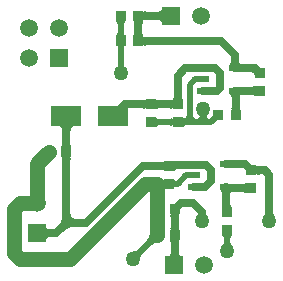
<source format=gtl>
G04 Layer_Physical_Order=1*
G04 Layer_Color=255*
%FSLAX25Y25*%
%MOIN*%
G70*
G01*
G75*
%ADD10R,0.03740X0.03543*%
%ADD11R,0.04331X0.02362*%
%ADD12R,0.03543X0.03740*%
%ADD13R,0.09843X0.06693*%
%ADD14C,0.02000*%
%ADD15C,0.05000*%
%ADD16C,0.02500*%
%ADD17C,0.05906*%
%ADD18R,0.05906X0.05906*%
%ADD19R,0.05906X0.05906*%
%ADD20C,0.05000*%
G36*
X411642Y339240D02*
X411617Y339337D01*
X411542Y339424D01*
X411417Y339500D01*
X411242Y339566D01*
X411017Y339623D01*
X410742Y339668D01*
X410417Y339704D01*
X409617Y339745D01*
X409142Y339750D01*
Y342250D01*
X409617Y342255D01*
X410742Y342332D01*
X411017Y342377D01*
X411242Y342434D01*
X411417Y342500D01*
X411542Y342576D01*
X411617Y342663D01*
X411642Y342760D01*
Y339240D01*
D02*
G37*
G36*
X387870Y343615D02*
X387904Y343591D01*
X387961Y343569D01*
X388041Y343551D01*
X388144Y343535D01*
X388418Y343513D01*
X389000Y343500D01*
Y341500D01*
X388783Y341499D01*
X388041Y341449D01*
X387961Y341430D01*
X387904Y341409D01*
X387870Y341385D01*
X387858Y341358D01*
Y343642D01*
X387870Y343615D01*
D02*
G37*
G36*
X406390Y336690D02*
X406468Y335890D01*
X406536Y335565D01*
X406625Y335290D01*
X406732Y335065D01*
X406859Y334890D01*
X407006Y334765D01*
X407172Y334690D01*
X407358Y334665D01*
X403642D01*
X403687Y334690D01*
X403728Y334765D01*
X403763Y334890D01*
X403794Y335065D01*
X403820Y335290D01*
X403859Y335890D01*
X403880Y337165D01*
X406380D01*
X406390Y336690D01*
D02*
G37*
G36*
X407112Y340326D02*
X406958Y340251D01*
X406823Y340126D01*
X406705Y339951D01*
X406606Y339726D01*
X406525Y339451D01*
X406461Y339126D01*
X406416Y338751D01*
X406389Y338326D01*
X406380Y337851D01*
X403880D01*
X403871Y338326D01*
X403799Y339126D01*
X403735Y339451D01*
X403654Y339726D01*
X403555Y339951D01*
X403437Y340126D01*
X403302Y340251D01*
X403148Y340326D01*
X402977Y340351D01*
X407283D01*
X407112Y340326D01*
D02*
G37*
G36*
X415383Y348568D02*
X415458Y348482D01*
X415583Y348405D01*
X415758Y348339D01*
X415983Y348283D01*
X416258Y348237D01*
X416583Y348201D01*
X417383Y348161D01*
X417858Y348155D01*
Y345655D01*
X417383Y345650D01*
X416258Y345574D01*
X415983Y345528D01*
X415758Y345472D01*
X415583Y345406D01*
X415458Y345329D01*
X415383Y345243D01*
X415358Y345146D01*
Y348665D01*
X415383Y348568D01*
D02*
G37*
G36*
X347760Y351142D02*
X347709Y351107D01*
X347589Y351000D01*
X344142Y347606D01*
X340232Y350768D01*
X344240Y354858D01*
X347760Y351142D01*
D02*
G37*
G36*
X353568Y351117D02*
X353482Y351042D01*
X353405Y350917D01*
X353339Y350742D01*
X353283Y350517D01*
X353237Y350242D01*
X353201Y349917D01*
X353161Y349117D01*
X353155Y348642D01*
X350656D01*
X350650Y349117D01*
X350574Y350242D01*
X350528Y350517D01*
X350472Y350742D01*
X350406Y350917D01*
X350329Y351042D01*
X350243Y351117D01*
X350146Y351142D01*
X353665D01*
X353568Y351117D01*
D02*
G37*
G36*
X384142Y346646D02*
X384117Y346743D01*
X384042Y346829D01*
X383917Y346906D01*
X383742Y346972D01*
X383517Y347028D01*
X383242Y347074D01*
X382917Y347110D01*
X382117Y347150D01*
X381642Y347155D01*
Y349656D01*
X382117Y349661D01*
X383242Y349737D01*
X383517Y349783D01*
X383742Y349839D01*
X383917Y349905D01*
X384042Y349982D01*
X384117Y350068D01*
X384142Y350165D01*
Y346646D01*
D02*
G37*
G36*
X387883Y350123D02*
X387958Y350084D01*
X388083Y350051D01*
X388258Y350022D01*
X388483Y349997D01*
X389458Y349950D01*
X390358Y349941D01*
Y347441D01*
X389883Y347433D01*
X389083Y347369D01*
X388758Y347314D01*
X388483Y347242D01*
X388258Y347155D01*
X388083Y347051D01*
X387958Y346932D01*
X387883Y346797D01*
X387858Y346646D01*
Y350165D01*
X387883Y350123D01*
D02*
G37*
G36*
X389663Y323617D02*
X389576Y323542D01*
X389500Y323417D01*
X389434Y323242D01*
X389377Y323017D01*
X389332Y322742D01*
X389296Y322417D01*
X389255Y321617D01*
X389250Y321142D01*
X386750D01*
X386745Y321617D01*
X386668Y322742D01*
X386623Y323017D01*
X386566Y323242D01*
X386500Y323417D01*
X386424Y323542D01*
X386337Y323617D01*
X386240Y323642D01*
X389760D01*
X389663Y323617D01*
D02*
G37*
G36*
X407195Y325220D02*
X407049Y325160D01*
X406920Y325060D01*
X406809Y324920D01*
X406714Y324740D01*
X406637Y324520D01*
X406577Y324260D01*
X406534Y323960D01*
X406509Y323620D01*
X406507Y323555D01*
X406507Y323542D01*
X406530Y323304D01*
X406567Y323077D01*
X406620Y322860D01*
X406687Y322654D01*
X406770Y322459D01*
X406868Y322275D01*
X406980Y322101D01*
X407107Y321938D01*
X407250Y321785D01*
X403750D01*
X403893Y321938D01*
X404020Y322101D01*
X404133Y322275D01*
X404230Y322459D01*
X404313Y322654D01*
X404380Y322860D01*
X404432Y323077D01*
X404470Y323304D01*
X404493Y323542D01*
X404493Y323555D01*
X404491Y323620D01*
X404466Y323960D01*
X404423Y324260D01*
X404363Y324520D01*
X404285Y324740D01*
X404191Y324920D01*
X404079Y325060D01*
X403951Y325160D01*
X403805Y325220D01*
X403642Y325240D01*
X407358D01*
X407195Y325220D01*
D02*
G37*
G36*
X377414Y319405D02*
X377243Y319224D01*
X377090Y319040D01*
X376955Y318853D01*
X376837Y318663D01*
X376737Y318470D01*
X376654Y318274D01*
X376589Y318074D01*
X376542Y317872D01*
X376512Y317667D01*
X376500Y317458D01*
X374092Y319998D01*
X374300Y320000D01*
X374505Y320021D01*
X374708Y320060D01*
X374907Y320118D01*
X375103Y320195D01*
X375297Y320290D01*
X375487Y320405D01*
X375675Y320538D01*
X375859Y320690D01*
X376041Y320861D01*
X377414Y319405D01*
D02*
G37*
G36*
X389263Y320184D02*
X389300Y319757D01*
X389363Y319380D01*
X389450Y319054D01*
X389563Y318777D01*
X389700Y318551D01*
X389862Y318375D01*
X390050Y318250D01*
X390263Y318174D01*
X390500Y318149D01*
X385500D01*
X385737Y318174D01*
X385950Y318250D01*
X386138Y318375D01*
X386300Y318551D01*
X386438Y318777D01*
X386550Y319054D01*
X386637Y319380D01*
X386700Y319757D01*
X386737Y320184D01*
X386750Y320661D01*
X389250D01*
X389263Y320184D01*
D02*
G37*
G36*
X344954Y328262D02*
X345029Y328050D01*
X345155Y327863D01*
X345331Y327700D01*
X345557Y327562D01*
X345833Y327450D01*
X346160Y327362D01*
X346536Y327300D01*
X346964Y327262D01*
X347441Y327250D01*
Y324750D01*
X346964Y324738D01*
X346536Y324700D01*
X346160Y324638D01*
X345833Y324550D01*
X345557Y324437D01*
X345331Y324300D01*
X345155Y324137D01*
X345029Y323950D01*
X344954Y323738D01*
X344929Y323500D01*
Y328500D01*
X344954Y328262D01*
D02*
G37*
G36*
X389663Y332117D02*
X389576Y332042D01*
X389500Y331917D01*
X389434Y331742D01*
X389377Y331517D01*
X389332Y331242D01*
X389296Y330917D01*
X389255Y330117D01*
X389251Y329750D01*
X389255Y329383D01*
X389332Y328258D01*
X389377Y327983D01*
X389434Y327758D01*
X389500Y327583D01*
X389576Y327458D01*
X389663Y327383D01*
X389760Y327358D01*
X386240D01*
X386337Y327383D01*
X386424Y327458D01*
X386500Y327583D01*
X386566Y327758D01*
X386623Y327983D01*
X386668Y328258D01*
X386704Y328583D01*
X386745Y329383D01*
X386749Y329750D01*
X386745Y330117D01*
X386668Y331242D01*
X386623Y331517D01*
X386566Y331742D01*
X386500Y331917D01*
X386424Y332042D01*
X386337Y332117D01*
X386240Y332142D01*
X389760D01*
X389663Y332117D01*
D02*
G37*
G36*
X420755Y333396D02*
X420795Y332912D01*
X420830Y332697D01*
X420875Y332500D01*
X420930Y332321D01*
X420995Y332160D01*
X421070Y332017D01*
X421155Y331892D01*
X421250Y331785D01*
X417750D01*
X417845Y331892D01*
X417930Y332017D01*
X418005Y332160D01*
X418070Y332321D01*
X418125Y332500D01*
X418170Y332697D01*
X418205Y332912D01*
X418230Y333145D01*
X418250Y333665D01*
X420750D01*
X420755Y333396D01*
D02*
G37*
G36*
X383065Y323654D02*
X382915Y323770D01*
X382735Y323829D01*
X382526Y323830D01*
X382288Y323774D01*
X382019Y323660D01*
X381722Y323489D01*
X381654Y323442D01*
X382096Y323000D01*
X381856Y322966D01*
X381570Y322865D01*
X381239Y322697D01*
X380862Y322462D01*
X380439Y322159D01*
X379458Y321352D01*
X378296Y320276D01*
X377646Y319637D01*
X376232Y321051D01*
X376870Y321701D01*
X378753Y323845D01*
X379056Y324267D01*
X379292Y324644D01*
X379460Y324975D01*
X379561Y325261D01*
X379594Y325502D01*
X380050Y325046D01*
X380158Y325202D01*
X380329Y325499D01*
X380443Y325768D01*
X380503Y326009D01*
X380506Y326223D01*
X380454Y326410D01*
X380347Y326569D01*
X383065Y323654D01*
D02*
G37*
G36*
X353181Y332681D02*
X353256Y332256D01*
X353380Y331880D01*
X353555Y331556D01*
X353781Y331280D01*
X354056Y331055D01*
X354380Y330880D01*
X354755Y330755D01*
X355181Y330680D01*
X355656Y330656D01*
X354923Y328155D01*
X354431Y328138D01*
X353953Y328085D01*
X353489Y327996D01*
X353040Y327873D01*
X352606Y327714D01*
X352187Y327519D01*
X351782Y327289D01*
X351392Y327024D01*
X351016Y326724D01*
X350656Y326388D01*
X348888Y328155D01*
X349224Y328516D01*
X349524Y328892D01*
X349789Y329282D01*
X350019Y329687D01*
X350214Y330106D01*
X350373Y330540D01*
X350496Y330989D01*
X350585Y331453D01*
X350638Y331931D01*
X350656Y332423D01*
X353155Y333155D01*
X353181Y332681D01*
D02*
G37*
G36*
X353161Y356883D02*
X353237Y355758D01*
X353283Y355483D01*
X353339Y355258D01*
X353405Y355083D01*
X353482Y354958D01*
X353568Y354883D01*
X353665Y354858D01*
X350146D01*
X350243Y354883D01*
X350329Y354958D01*
X350406Y355083D01*
X350472Y355258D01*
X350528Y355483D01*
X350574Y355758D01*
X350610Y356083D01*
X350650Y356883D01*
X350656Y357358D01*
X353155D01*
X353161Y356883D01*
D02*
G37*
G36*
X414642Y381165D02*
X414654Y378500D01*
X414628Y378737D01*
X414552Y378950D01*
X414426Y379137D01*
X414249Y379300D01*
X414023Y379437D01*
X413747Y379550D01*
X413421Y379638D01*
X413044Y379700D01*
X412618Y379737D01*
X412142Y379750D01*
Y382250D01*
X414642Y381165D01*
D02*
G37*
G36*
X409389Y384194D02*
X409461Y383394D01*
X409524Y383069D01*
X409606Y382794D01*
X409705Y382569D01*
X409823Y382394D01*
X409958Y382269D01*
X410112Y382194D01*
X410283Y382169D01*
X405977D01*
X406148Y382194D01*
X406302Y382269D01*
X406437Y382394D01*
X406555Y382569D01*
X406654Y382794D01*
X406735Y383069D01*
X406799Y383394D01*
X406844Y383769D01*
X406871Y384194D01*
X406880Y384669D01*
X409380D01*
X409389Y384194D01*
D02*
G37*
G36*
X390256Y372690D02*
X390347Y371565D01*
X390402Y371290D01*
X390469Y371065D01*
X390548Y370890D01*
X390639Y370765D01*
X390742Y370690D01*
X390858Y370665D01*
X387142D01*
X387258Y370690D01*
X387361Y370765D01*
X387452Y370890D01*
X387531Y371065D01*
X387598Y371290D01*
X387653Y371565D01*
X387695Y371890D01*
X387744Y372690D01*
X387750Y373165D01*
X390250D01*
X390256Y372690D01*
D02*
G37*
G36*
X414642Y371740D02*
X414617Y371837D01*
X414542Y371924D01*
X414417Y372000D01*
X414242Y372066D01*
X414017Y372123D01*
X413742Y372168D01*
X413417Y372204D01*
X412617Y372245D01*
X412142Y372250D01*
Y374750D01*
X412617Y374755D01*
X413742Y374832D01*
X414017Y374877D01*
X414242Y374934D01*
X414417Y375000D01*
X414542Y375076D01*
X414617Y375163D01*
X414642Y375260D01*
Y371740D01*
D02*
G37*
G36*
X377690Y391742D02*
X377765Y391639D01*
X377890Y391548D01*
X378065Y391469D01*
X378290Y391402D01*
X378565Y391347D01*
X378890Y391305D01*
X379690Y391256D01*
X380165Y391250D01*
Y388750D01*
X379690Y388744D01*
X378565Y388653D01*
X378290Y388598D01*
X378065Y388531D01*
X377890Y388452D01*
X377765Y388361D01*
X377690Y388258D01*
X377665Y388142D01*
Y391858D01*
X377690Y391742D01*
D02*
G37*
G36*
X371615Y396622D02*
X371486Y396562D01*
X371372Y396462D01*
X371273Y396322D01*
X371190Y396142D01*
X371122Y395922D01*
X371068Y395662D01*
X371030Y395362D01*
X371008Y395022D01*
X371000Y394642D01*
X369000D01*
X368992Y395022D01*
X368932Y395662D01*
X368879Y395922D01*
X368810Y396142D01*
X368726Y396322D01*
X368628Y396462D01*
X368514Y396562D01*
X368385Y396622D01*
X368240Y396642D01*
X371760D01*
X371615Y396622D01*
D02*
G37*
G36*
X383784Y396000D02*
X383759Y396237D01*
X383683Y396450D01*
X383558Y396638D01*
X383382Y396800D01*
X383156Y396937D01*
X382879Y397050D01*
X382553Y397137D01*
X382176Y397200D01*
X381749Y397237D01*
X381272Y397250D01*
Y399750D01*
X381749Y399763D01*
X382176Y399800D01*
X382553Y399863D01*
X382879Y399950D01*
X383156Y400063D01*
X383382Y400200D01*
X383558Y400362D01*
X383683Y400550D01*
X383759Y400763D01*
X383784Y401000D01*
Y396000D01*
D02*
G37*
G36*
X371008Y393478D02*
X371068Y392838D01*
X371122Y392578D01*
X371190Y392358D01*
X371273Y392178D01*
X371372Y392038D01*
X371486Y391938D01*
X371615Y391878D01*
X371760Y391858D01*
X368240D01*
X368385Y391878D01*
X368514Y391938D01*
X368628Y392038D01*
X368726Y392178D01*
X368810Y392358D01*
X368879Y392578D01*
X368932Y392838D01*
X368970Y393138D01*
X368992Y393478D01*
X369000Y393858D01*
X371000D01*
X371008Y393478D01*
D02*
G37*
G36*
X377690Y400243D02*
X377765Y400139D01*
X377890Y400048D01*
X378065Y399969D01*
X378290Y399902D01*
X378565Y399847D01*
X378890Y399805D01*
X379690Y399756D01*
X380165Y399750D01*
Y397250D01*
X379690Y397244D01*
X378565Y397153D01*
X378290Y397098D01*
X378065Y397031D01*
X377890Y396952D01*
X377765Y396861D01*
X377690Y396758D01*
X377665Y396642D01*
X377568Y396617D01*
X377482Y396542D01*
X377405Y396417D01*
X377339Y396242D01*
X377283Y396017D01*
X377237Y395742D01*
X377201Y395417D01*
X377161Y394617D01*
X377157Y394250D01*
X377161Y393883D01*
X377237Y392758D01*
X377283Y392483D01*
X377339Y392258D01*
X377405Y392083D01*
X377482Y391958D01*
X377568Y391883D01*
X377665Y391858D01*
X374146D01*
X374243Y391883D01*
X374329Y391958D01*
X374406Y392083D01*
X374472Y392258D01*
X374528Y392483D01*
X374574Y392758D01*
X374610Y393083D01*
X374650Y393883D01*
X374654Y394250D01*
X374650Y394617D01*
X374574Y395742D01*
X374528Y396017D01*
X374472Y396242D01*
X374406Y396417D01*
X374329Y396542D01*
X374243Y396617D01*
X374146Y396642D01*
X377665D01*
Y400358D01*
X377690Y400243D01*
D02*
G37*
G36*
X387142Y361240D02*
X387122Y361385D01*
X387062Y361514D01*
X386962Y361628D01*
X386822Y361726D01*
X386642Y361810D01*
X386422Y361878D01*
X386162Y361932D01*
X385862Y361970D01*
X385522Y361992D01*
X385142Y362000D01*
Y364000D01*
X385522Y364008D01*
X386162Y364068D01*
X386422Y364122D01*
X386642Y364190D01*
X386822Y364274D01*
X386962Y364372D01*
X387062Y364486D01*
X387122Y364615D01*
X387142Y364760D01*
Y361240D01*
D02*
G37*
G36*
X398511Y365715D02*
X399250D01*
X399108Y365562D01*
X398980Y365399D01*
X398868Y365225D01*
X398770Y365041D01*
X398688Y364848D01*
X398740Y364720D01*
X398875Y364500D01*
X399040Y364320D01*
X399235Y364180D01*
X399460Y364080D01*
X399618Y364043D01*
X400752Y365221D01*
X402123Y363654D01*
X402104Y363646D01*
X402058Y363609D01*
X401985Y363544D01*
X400707Y362293D01*
X399477Y363582D01*
X397500Y362000D01*
X395250Y363500D01*
X393000Y362000D01*
X392858Y362095D01*
Y362000D01*
X392478Y361992D01*
X391838Y361932D01*
X391578Y361878D01*
X391358Y361810D01*
X391178Y361726D01*
X391038Y361628D01*
X390938Y361514D01*
X390878Y361385D01*
X390858Y361240D01*
Y363428D01*
X390000Y364000D01*
X390380Y364020D01*
X390720Y364080D01*
X390858Y364126D01*
Y364760D01*
X390878Y364615D01*
X390938Y364486D01*
X391038Y364372D01*
X391178Y364274D01*
X391186Y364270D01*
X391280Y364320D01*
X391500Y364500D01*
X391680Y364720D01*
X391820Y364980D01*
X391920Y365280D01*
X391980Y365620D01*
X392000Y366000D01*
X394000D01*
X394020Y365620D01*
X394080Y365280D01*
X394180Y364980D01*
X394320Y364720D01*
X394500Y364500D01*
X394720Y364320D01*
X394980Y364180D01*
X395250Y364090D01*
X395520Y364180D01*
X395780Y364320D01*
X396000Y364500D01*
X396180Y364720D01*
X396284Y364913D01*
X396230Y365041D01*
X396132Y365225D01*
X396020Y365399D01*
X395893Y365562D01*
X395750Y365715D01*
X396485D01*
X396500Y366000D01*
X398500D01*
X398511Y365715D01*
D02*
G37*
G36*
X354168Y361652D02*
X353956Y361577D01*
X353768Y361452D01*
X353606Y361276D01*
X353468Y361050D01*
X353356Y360773D01*
X353268Y360447D01*
X353205Y360070D01*
X353168Y359643D01*
X353155Y359166D01*
X350656D01*
X350643Y359643D01*
X350606Y360070D01*
X350543Y360447D01*
X350455Y360773D01*
X350343Y361050D01*
X350205Y361276D01*
X350043Y361452D01*
X349855Y361577D01*
X349643Y361652D01*
X349406Y361678D01*
X354405D01*
X354168Y361652D01*
D02*
G37*
G36*
X381878Y364615D02*
X381938Y364486D01*
X382038Y364372D01*
X382178Y364274D01*
X382358Y364190D01*
X382578Y364122D01*
X382838Y364068D01*
X383138Y364030D01*
X383478Y364008D01*
X383858Y364000D01*
Y362000D01*
X383478Y361992D01*
X382838Y361932D01*
X382578Y361878D01*
X382358Y361810D01*
X382178Y361726D01*
X382038Y361628D01*
X381938Y361514D01*
X381878Y361385D01*
X381858Y361240D01*
Y364760D01*
X381878Y364615D01*
D02*
G37*
G36*
X378142Y367146D02*
X378117Y367261D01*
X378042Y367363D01*
X377917Y367454D01*
X377742Y367532D01*
X377517Y367599D01*
X377242Y367653D01*
X376917Y367696D01*
X376117Y367744D01*
X375642Y367750D01*
Y370250D01*
X376117Y370254D01*
X377517Y370354D01*
X377742Y370399D01*
X377917Y370453D01*
X378042Y370516D01*
X378117Y370586D01*
X378142Y370665D01*
Y367146D01*
D02*
G37*
G36*
X410164Y372326D02*
X410057Y372251D01*
X409963Y372126D01*
X409881Y371951D01*
X409812Y371726D01*
X409756Y371451D01*
X409712Y371126D01*
X409662Y370326D01*
X409656Y369854D01*
X409661Y369383D01*
X409737Y368258D01*
X409783Y367983D01*
X409839Y367758D01*
X409905Y367583D01*
X409982Y367458D01*
X410068Y367383D01*
X410165Y367358D01*
X406646D01*
X406743Y367383D01*
X406829Y367458D01*
X406906Y367583D01*
X406972Y367758D01*
X407028Y367983D01*
X407074Y368258D01*
X407110Y368583D01*
X407150Y369383D01*
X407156Y369853D01*
X407144Y370326D01*
X407108Y370751D01*
X407049Y371126D01*
X406967Y371451D01*
X406861Y371726D01*
X406731Y371951D01*
X406578Y372126D01*
X406401Y372251D01*
X406201Y372326D01*
X405977Y372351D01*
X410283D01*
X410164Y372326D01*
D02*
G37*
G36*
X372165Y368335D02*
X372246Y368332D01*
X372314Y368326D01*
X372369Y368315D01*
X372410Y368300D01*
X372439Y368280D01*
X372454Y368256D01*
X372456Y368228D01*
X372445Y368195D01*
X372421Y368158D01*
X372384Y368116D01*
X372165Y368335D01*
X369503D01*
X369436Y368350D01*
X369408Y368396D01*
X369420Y368474D01*
X369472Y368582D01*
X369563Y368722D01*
X369694Y368892D01*
X370076Y369326D01*
X370616Y369884D01*
X372165Y368335D01*
D02*
G37*
G36*
X381883Y370586D02*
X381958Y370516D01*
X382083Y370453D01*
X382258Y370399D01*
X382483Y370354D01*
X382758Y370316D01*
X383458Y370267D01*
X384358Y370250D01*
Y367750D01*
X383883Y367744D01*
X382758Y367653D01*
X382483Y367599D01*
X382258Y367532D01*
X382083Y367454D01*
X381958Y367363D01*
X381883Y367261D01*
X381858Y367146D01*
Y370665D01*
X381883Y370586D01*
D02*
G37*
G36*
X387142Y367146D02*
X387117Y367261D01*
X387042Y367363D01*
X386917Y367454D01*
X386742Y367532D01*
X386517Y367599D01*
X386242Y367653D01*
X385917Y367696D01*
X385117Y367744D01*
X384642Y367750D01*
Y370250D01*
X385117Y370254D01*
X386517Y370354D01*
X386742Y370399D01*
X386917Y370453D01*
X387042Y370516D01*
X387117Y370586D01*
X387142Y370665D01*
Y367146D01*
D02*
G37*
D10*
X380000Y368905D02*
D03*
Y363000D02*
D03*
X413500Y341000D02*
D03*
Y346905D02*
D03*
X405500Y327000D02*
D03*
Y332906D02*
D03*
X386000Y342500D02*
D03*
Y348406D02*
D03*
X416500Y373500D02*
D03*
Y379405D02*
D03*
X389000Y363000D02*
D03*
Y368905D02*
D03*
D11*
X405130Y349000D02*
D03*
Y341520D02*
D03*
X394500D02*
D03*
Y349000D02*
D03*
Y345260D02*
D03*
X408130Y381000D02*
D03*
Y373520D02*
D03*
X397500D02*
D03*
Y381000D02*
D03*
Y377260D02*
D03*
D12*
X382095Y325500D02*
D03*
X388000D02*
D03*
X382095Y334000D02*
D03*
X388000D02*
D03*
X402500Y365500D02*
D03*
X408405D02*
D03*
X370000Y398500D02*
D03*
X375905D02*
D03*
X370000Y390000D02*
D03*
X375905D02*
D03*
X346000Y353000D02*
D03*
X351905D02*
D03*
D13*
X351752Y365000D02*
D03*
X367500D02*
D03*
D14*
X397500Y363000D02*
Y367500D01*
Y363000D02*
X400000D01*
X393000D02*
X397500D01*
X389000D02*
X393000D01*
Y375500D01*
X394760Y377260D01*
X397500D01*
X400000Y363000D02*
X402500Y365500D01*
X380000Y363000D02*
X389000D01*
X370000Y390000D02*
Y398500D01*
X374000Y317500D02*
X374095D01*
X382095Y325500D01*
X405500Y320000D02*
Y327000D01*
X386000Y342500D02*
X389000D01*
X391760Y345260D01*
X394500D01*
X370000Y379500D02*
Y390000D01*
D15*
X378218Y342500D02*
X382000D01*
X382095Y334000D02*
Y342406D01*
Y325500D02*
Y334000D01*
X382000Y342500D02*
X382095Y342406D01*
X336500Y317500D02*
X353218D01*
X378218Y342500D01*
X334500Y319500D02*
X336500Y317500D01*
X334500Y319500D02*
Y334000D01*
X336500Y336000D01*
X342000D01*
Y349000D02*
X346000Y353000D01*
X342000Y336000D02*
Y349000D01*
D16*
X397000Y330000D02*
Y333000D01*
X394000Y336000D02*
X397000Y333000D01*
X390000Y336000D02*
X394000D01*
X388000Y334000D02*
X390000Y336000D01*
X371500Y369000D02*
X388906D01*
X389000Y368905D01*
X367500Y365000D02*
X371500Y369000D01*
X377406Y348406D02*
X386000D01*
X358405Y329405D02*
X377406Y348406D01*
X351905Y329405D02*
X358405D01*
X391500Y381000D02*
X397500D01*
X389000Y378500D02*
X391500Y381000D01*
X389000Y368905D02*
Y378500D01*
X403000Y374500D02*
Y379500D01*
X387657Y315220D02*
X388000Y315563D01*
Y325500D01*
Y334000D01*
X419500Y330000D02*
Y345500D01*
X418094Y346905D02*
X419500Y345500D01*
X413500Y346905D02*
X418094D01*
X405130Y333276D02*
X405500Y332906D01*
X405130Y333276D02*
Y341520D01*
X405650Y341000D01*
X413500D01*
X411406Y349000D02*
X413500Y346905D01*
X405130Y349000D02*
X411406D01*
X386000Y348691D02*
X398309D01*
X400000Y347000D01*
Y343500D02*
Y347000D01*
X398020Y341520D02*
X400000Y343500D01*
X394500Y341520D02*
X398020D01*
X386709Y398500D02*
X386713Y398504D01*
X375905Y398500D02*
X386709D01*
X375905Y390000D02*
Y398500D01*
Y390000D02*
X403500D01*
X408130Y385370D01*
Y381000D02*
Y385370D01*
X408405Y365500D02*
Y373244D01*
X408150Y373500D02*
X408405Y373244D01*
X408150Y373500D02*
X416500D01*
X414906Y381000D02*
X416500Y379405D01*
X408130Y381000D02*
X414906D01*
X397500D02*
X401500D01*
X403000Y379500D01*
X402020Y373520D02*
X403000Y374500D01*
X397500Y373520D02*
X402020D01*
X386000Y348406D02*
Y348691D01*
X351905Y329405D02*
Y336906D01*
X351752Y365000D02*
X351905Y364846D01*
Y329405D02*
Y364846D01*
X348500Y326000D02*
X351905Y329405D01*
X342000Y326000D02*
X348500D01*
D17*
X342000Y336000D02*
D03*
X397657Y315220D02*
D03*
X339398Y384528D02*
D03*
X349398Y394528D02*
D03*
X339398D02*
D03*
X396713Y398504D02*
D03*
D18*
X342000Y326000D02*
D03*
X349398Y384528D02*
D03*
D19*
X387657Y315220D02*
D03*
X386713Y398504D02*
D03*
D20*
X397500Y367500D02*
D03*
X374000Y317500D02*
D03*
X405500Y320000D02*
D03*
X397000Y330000D02*
D03*
X419500D02*
D03*
X370000Y379500D02*
D03*
M02*

</source>
